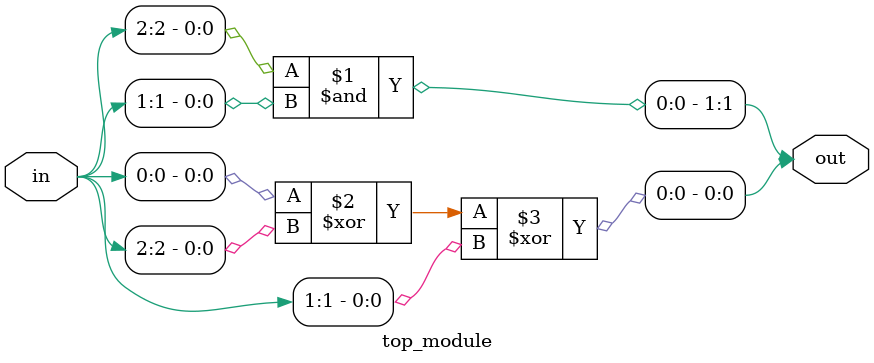
<source format=sv>
module top_module (
	input [2:0] in,
	output [1:0] out
);

	assign out[1] = in[2] & in[1];
	assign out[0] = in[0] ^ in[2] ^ in[1];
	
endmodule

</source>
